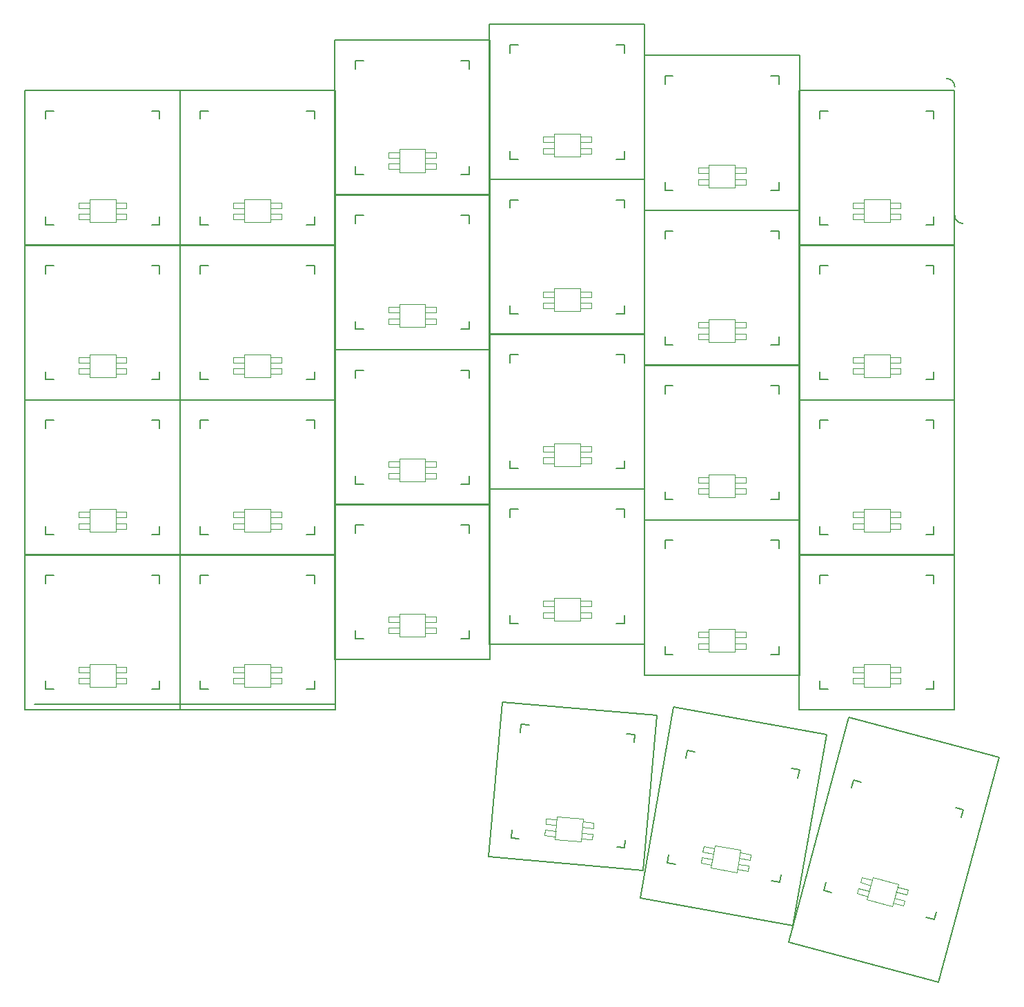
<source format=gbr>
%TF.GenerationSoftware,KiCad,Pcbnew,5.1.10*%
%TF.CreationDate,2021-09-07T21:41:42+02:00*%
%TF.ProjectId,mini,6d696e69-2e6b-4696-9361-645f70636258,rev?*%
%TF.SameCoordinates,Original*%
%TF.FileFunction,OtherDrawing,Comment*%
%FSLAX46Y46*%
G04 Gerber Fmt 4.6, Leading zero omitted, Abs format (unit mm)*
G04 Created by KiCad (PCBNEW 5.1.10) date 2021-09-07 21:41:42*
%MOMM*%
%LPD*%
G01*
G04 APERTURE LIST*
%ADD10C,0.150000*%
%ADD11C,0.120000*%
G04 APERTURE END LIST*
D10*
X188750000Y-70650000D02*
G75*
G02*
X187750000Y-69650000I0J1000000D01*
G01*
X186750000Y-52850000D02*
G75*
G02*
X187750000Y-53850000I0J-1000000D01*
G01*
X111750000Y-129650000D02*
X74800000Y-129650000D01*
X174768434Y-131281083D02*
X193169321Y-136211586D01*
X193169321Y-136211586D02*
X185773566Y-163812917D01*
X185773566Y-163812917D02*
X167372679Y-158882414D01*
X174768434Y-131281083D02*
X167372679Y-158882414D01*
X175062433Y-139939712D02*
X175321253Y-138973786D01*
X188844214Y-142597253D02*
X187878288Y-142338433D01*
X171956605Y-151530822D02*
X171697786Y-152496747D01*
X184254822Y-155861395D02*
X185220747Y-156120214D01*
X185220747Y-156120214D02*
X185479567Y-155154288D01*
X175321253Y-138973786D02*
X176287178Y-139232605D01*
X188844214Y-142597253D02*
X188585395Y-143563178D01*
X171697786Y-152496747D02*
X172663712Y-152755567D01*
X153276205Y-130043634D02*
X172036792Y-133351632D01*
X172036792Y-133351632D02*
X167901795Y-156802366D01*
X167901795Y-156802366D02*
X149141208Y-153494368D01*
X153276205Y-130043634D02*
X149141208Y-153494368D01*
X154737235Y-136298616D02*
X154910883Y-135313808D01*
X168698192Y-137744883D02*
X167713384Y-137571235D01*
X152653457Y-148116309D02*
X152479808Y-149101117D01*
X165282309Y-151358543D02*
X166267117Y-151532192D01*
X166267117Y-151532192D02*
X166440765Y-150547384D01*
X154910883Y-135313808D02*
X155895691Y-135487457D01*
X168698192Y-137744883D02*
X168524543Y-138729691D01*
X152479808Y-149101117D02*
X153464616Y-149274765D01*
X73675000Y-54295000D02*
X92725000Y-54295000D01*
X92725000Y-54295000D02*
X92725000Y-73345000D01*
X92725000Y-73345000D02*
X73675000Y-73345000D01*
X73675000Y-73345000D02*
X73675000Y-54295000D01*
X76200000Y-57820000D02*
X76200000Y-56820000D01*
X90200000Y-56820000D02*
X89200000Y-56820000D01*
X76200000Y-69820000D02*
X76200000Y-70820000D01*
X89200000Y-70820000D02*
X90200000Y-70820000D01*
X90200000Y-70820000D02*
X90200000Y-69820000D01*
X76200000Y-56820000D02*
X77200000Y-56820000D01*
X90200000Y-56820000D02*
X90200000Y-57820000D01*
X76200000Y-70820000D02*
X77200000Y-70820000D01*
X92675000Y-54295000D02*
X111725000Y-54295000D01*
X111725000Y-54295000D02*
X111725000Y-73345000D01*
X111725000Y-73345000D02*
X92675000Y-73345000D01*
X92675000Y-73345000D02*
X92675000Y-54295000D01*
X95200000Y-57820000D02*
X95200000Y-56820000D01*
X109200000Y-56820000D02*
X108200000Y-56820000D01*
X95200000Y-69820000D02*
X95200000Y-70820000D01*
X108200000Y-70820000D02*
X109200000Y-70820000D01*
X109200000Y-70820000D02*
X109200000Y-69820000D01*
X95200000Y-56820000D02*
X96200000Y-56820000D01*
X109200000Y-56820000D02*
X109200000Y-57820000D01*
X95200000Y-70820000D02*
X96200000Y-70820000D01*
X111675000Y-48120000D02*
X130725000Y-48120000D01*
X130725000Y-48120000D02*
X130725000Y-67170000D01*
X130725000Y-67170000D02*
X111675000Y-67170000D01*
X111675000Y-67170000D02*
X111675000Y-48120000D01*
X114200000Y-51645000D02*
X114200000Y-50645000D01*
X128200000Y-50645000D02*
X127200000Y-50645000D01*
X114200000Y-63645000D02*
X114200000Y-64645000D01*
X127200000Y-64645000D02*
X128200000Y-64645000D01*
X128200000Y-64645000D02*
X128200000Y-63645000D01*
X114200000Y-50645000D02*
X115200000Y-50645000D01*
X128200000Y-50645000D02*
X128200000Y-51645000D01*
X114200000Y-64645000D02*
X115200000Y-64645000D01*
X130675000Y-46220000D02*
X149725000Y-46220000D01*
X149725000Y-46220000D02*
X149725000Y-65270000D01*
X149725000Y-65270000D02*
X130675000Y-65270000D01*
X130675000Y-65270000D02*
X130675000Y-46220000D01*
X133200000Y-49745000D02*
X133200000Y-48745000D01*
X147200000Y-48745000D02*
X146200000Y-48745000D01*
X133200000Y-61745000D02*
X133200000Y-62745000D01*
X146200000Y-62745000D02*
X147200000Y-62745000D01*
X147200000Y-62745000D02*
X147200000Y-61745000D01*
X133200000Y-48745000D02*
X134200000Y-48745000D01*
X147200000Y-48745000D02*
X147200000Y-49745000D01*
X133200000Y-62745000D02*
X134200000Y-62745000D01*
X149675000Y-50020000D02*
X168725000Y-50020000D01*
X168725000Y-50020000D02*
X168725000Y-69070000D01*
X168725000Y-69070000D02*
X149675000Y-69070000D01*
X149675000Y-69070000D02*
X149675000Y-50020000D01*
X152200000Y-53545000D02*
X152200000Y-52545000D01*
X166200000Y-52545000D02*
X165200000Y-52545000D01*
X152200000Y-65545000D02*
X152200000Y-66545000D01*
X165200000Y-66545000D02*
X166200000Y-66545000D01*
X166200000Y-66545000D02*
X166200000Y-65545000D01*
X152200000Y-52545000D02*
X153200000Y-52545000D01*
X166200000Y-52545000D02*
X166200000Y-53545000D01*
X152200000Y-66545000D02*
X153200000Y-66545000D01*
X168675000Y-54295000D02*
X187725000Y-54295000D01*
X187725000Y-54295000D02*
X187725000Y-73345000D01*
X187725000Y-73345000D02*
X168675000Y-73345000D01*
X168675000Y-73345000D02*
X168675000Y-54295000D01*
X171200000Y-57820000D02*
X171200000Y-56820000D01*
X185200000Y-56820000D02*
X184200000Y-56820000D01*
X171200000Y-69820000D02*
X171200000Y-70820000D01*
X184200000Y-70820000D02*
X185200000Y-70820000D01*
X185200000Y-70820000D02*
X185200000Y-69820000D01*
X171200000Y-56820000D02*
X172200000Y-56820000D01*
X185200000Y-56820000D02*
X185200000Y-57820000D01*
X171200000Y-70820000D02*
X172200000Y-70820000D01*
X73675000Y-73295000D02*
X92725000Y-73295000D01*
X92725000Y-73295000D02*
X92725000Y-92345000D01*
X92725000Y-92345000D02*
X73675000Y-92345000D01*
X73675000Y-92345000D02*
X73675000Y-73295000D01*
X76200000Y-76820000D02*
X76200000Y-75820000D01*
X90200000Y-75820000D02*
X89200000Y-75820000D01*
X76200000Y-88820000D02*
X76200000Y-89820000D01*
X89200000Y-89820000D02*
X90200000Y-89820000D01*
X90200000Y-89820000D02*
X90200000Y-88820000D01*
X76200000Y-75820000D02*
X77200000Y-75820000D01*
X90200000Y-75820000D02*
X90200000Y-76820000D01*
X76200000Y-89820000D02*
X77200000Y-89820000D01*
X92675000Y-73295000D02*
X111725000Y-73295000D01*
X111725000Y-73295000D02*
X111725000Y-92345000D01*
X111725000Y-92345000D02*
X92675000Y-92345000D01*
X92675000Y-92345000D02*
X92675000Y-73295000D01*
X95200000Y-76820000D02*
X95200000Y-75820000D01*
X109200000Y-75820000D02*
X108200000Y-75820000D01*
X95200000Y-88820000D02*
X95200000Y-89820000D01*
X108200000Y-89820000D02*
X109200000Y-89820000D01*
X109200000Y-89820000D02*
X109200000Y-88820000D01*
X95200000Y-75820000D02*
X96200000Y-75820000D01*
X109200000Y-75820000D02*
X109200000Y-76820000D01*
X95200000Y-89820000D02*
X96200000Y-89820000D01*
X111675000Y-67120000D02*
X130725000Y-67120000D01*
X130725000Y-67120000D02*
X130725000Y-86170000D01*
X130725000Y-86170000D02*
X111675000Y-86170000D01*
X111675000Y-86170000D02*
X111675000Y-67120000D01*
X114200000Y-70645000D02*
X114200000Y-69645000D01*
X128200000Y-69645000D02*
X127200000Y-69645000D01*
X114200000Y-82645000D02*
X114200000Y-83645000D01*
X127200000Y-83645000D02*
X128200000Y-83645000D01*
X128200000Y-83645000D02*
X128200000Y-82645000D01*
X114200000Y-69645000D02*
X115200000Y-69645000D01*
X128200000Y-69645000D02*
X128200000Y-70645000D01*
X114200000Y-83645000D02*
X115200000Y-83645000D01*
X130675000Y-65220000D02*
X149725000Y-65220000D01*
X149725000Y-65220000D02*
X149725000Y-84270000D01*
X149725000Y-84270000D02*
X130675000Y-84270000D01*
X130675000Y-84270000D02*
X130675000Y-65220000D01*
X133200000Y-68745000D02*
X133200000Y-67745000D01*
X147200000Y-67745000D02*
X146200000Y-67745000D01*
X133200000Y-80745000D02*
X133200000Y-81745000D01*
X146200000Y-81745000D02*
X147200000Y-81745000D01*
X147200000Y-81745000D02*
X147200000Y-80745000D01*
X133200000Y-67745000D02*
X134200000Y-67745000D01*
X147200000Y-67745000D02*
X147200000Y-68745000D01*
X133200000Y-81745000D02*
X134200000Y-81745000D01*
X149675000Y-69020000D02*
X168725000Y-69020000D01*
X168725000Y-69020000D02*
X168725000Y-88070000D01*
X168725000Y-88070000D02*
X149675000Y-88070000D01*
X149675000Y-88070000D02*
X149675000Y-69020000D01*
X152200000Y-72545000D02*
X152200000Y-71545000D01*
X166200000Y-71545000D02*
X165200000Y-71545000D01*
X152200000Y-84545000D02*
X152200000Y-85545000D01*
X165200000Y-85545000D02*
X166200000Y-85545000D01*
X166200000Y-85545000D02*
X166200000Y-84545000D01*
X152200000Y-71545000D02*
X153200000Y-71545000D01*
X166200000Y-71545000D02*
X166200000Y-72545000D01*
X152200000Y-85545000D02*
X153200000Y-85545000D01*
X168675000Y-73295000D02*
X187725000Y-73295000D01*
X187725000Y-73295000D02*
X187725000Y-92345000D01*
X187725000Y-92345000D02*
X168675000Y-92345000D01*
X168675000Y-92345000D02*
X168675000Y-73295000D01*
X171200000Y-76820000D02*
X171200000Y-75820000D01*
X185200000Y-75820000D02*
X184200000Y-75820000D01*
X171200000Y-88820000D02*
X171200000Y-89820000D01*
X184200000Y-89820000D02*
X185200000Y-89820000D01*
X185200000Y-89820000D02*
X185200000Y-88820000D01*
X171200000Y-75820000D02*
X172200000Y-75820000D01*
X185200000Y-75820000D02*
X185200000Y-76820000D01*
X171200000Y-89820000D02*
X172200000Y-89820000D01*
X73675000Y-92295000D02*
X92725000Y-92295000D01*
X92725000Y-92295000D02*
X92725000Y-111345000D01*
X92725000Y-111345000D02*
X73675000Y-111345000D01*
X73675000Y-111345000D02*
X73675000Y-92295000D01*
X76200000Y-95820000D02*
X76200000Y-94820000D01*
X90200000Y-94820000D02*
X89200000Y-94820000D01*
X76200000Y-107820000D02*
X76200000Y-108820000D01*
X89200000Y-108820000D02*
X90200000Y-108820000D01*
X90200000Y-108820000D02*
X90200000Y-107820000D01*
X76200000Y-94820000D02*
X77200000Y-94820000D01*
X90200000Y-94820000D02*
X90200000Y-95820000D01*
X76200000Y-108820000D02*
X77200000Y-108820000D01*
X92675000Y-92295000D02*
X111725000Y-92295000D01*
X111725000Y-92295000D02*
X111725000Y-111345000D01*
X111725000Y-111345000D02*
X92675000Y-111345000D01*
X92675000Y-111345000D02*
X92675000Y-92295000D01*
X95200000Y-95820000D02*
X95200000Y-94820000D01*
X109200000Y-94820000D02*
X108200000Y-94820000D01*
X95200000Y-107820000D02*
X95200000Y-108820000D01*
X108200000Y-108820000D02*
X109200000Y-108820000D01*
X109200000Y-108820000D02*
X109200000Y-107820000D01*
X95200000Y-94820000D02*
X96200000Y-94820000D01*
X109200000Y-94820000D02*
X109200000Y-95820000D01*
X95200000Y-108820000D02*
X96200000Y-108820000D01*
X111675000Y-86120000D02*
X130725000Y-86120000D01*
X130725000Y-86120000D02*
X130725000Y-105170000D01*
X130725000Y-105170000D02*
X111675000Y-105170000D01*
X111675000Y-105170000D02*
X111675000Y-86120000D01*
X114200000Y-89645000D02*
X114200000Y-88645000D01*
X128200000Y-88645000D02*
X127200000Y-88645000D01*
X114200000Y-101645000D02*
X114200000Y-102645000D01*
X127200000Y-102645000D02*
X128200000Y-102645000D01*
X128200000Y-102645000D02*
X128200000Y-101645000D01*
X114200000Y-88645000D02*
X115200000Y-88645000D01*
X128200000Y-88645000D02*
X128200000Y-89645000D01*
X114200000Y-102645000D02*
X115200000Y-102645000D01*
X130675000Y-84220000D02*
X149725000Y-84220000D01*
X149725000Y-84220000D02*
X149725000Y-103270000D01*
X149725000Y-103270000D02*
X130675000Y-103270000D01*
X130675000Y-103270000D02*
X130675000Y-84220000D01*
X133200000Y-87745000D02*
X133200000Y-86745000D01*
X147200000Y-86745000D02*
X146200000Y-86745000D01*
X133200000Y-99745000D02*
X133200000Y-100745000D01*
X146200000Y-100745000D02*
X147200000Y-100745000D01*
X147200000Y-100745000D02*
X147200000Y-99745000D01*
X133200000Y-86745000D02*
X134200000Y-86745000D01*
X147200000Y-86745000D02*
X147200000Y-87745000D01*
X133200000Y-100745000D02*
X134200000Y-100745000D01*
X149675000Y-88020000D02*
X168725000Y-88020000D01*
X168725000Y-88020000D02*
X168725000Y-107070000D01*
X168725000Y-107070000D02*
X149675000Y-107070000D01*
X149675000Y-107070000D02*
X149675000Y-88020000D01*
X152200000Y-91545000D02*
X152200000Y-90545000D01*
X166200000Y-90545000D02*
X165200000Y-90545000D01*
X152200000Y-103545000D02*
X152200000Y-104545000D01*
X165200000Y-104545000D02*
X166200000Y-104545000D01*
X166200000Y-104545000D02*
X166200000Y-103545000D01*
X152200000Y-90545000D02*
X153200000Y-90545000D01*
X166200000Y-90545000D02*
X166200000Y-91545000D01*
X152200000Y-104545000D02*
X153200000Y-104545000D01*
X168675000Y-92295000D02*
X187725000Y-92295000D01*
X187725000Y-92295000D02*
X187725000Y-111345000D01*
X187725000Y-111345000D02*
X168675000Y-111345000D01*
X168675000Y-111345000D02*
X168675000Y-92295000D01*
X171200000Y-95820000D02*
X171200000Y-94820000D01*
X185200000Y-94820000D02*
X184200000Y-94820000D01*
X171200000Y-107820000D02*
X171200000Y-108820000D01*
X184200000Y-108820000D02*
X185200000Y-108820000D01*
X185200000Y-108820000D02*
X185200000Y-107820000D01*
X171200000Y-94820000D02*
X172200000Y-94820000D01*
X185200000Y-94820000D02*
X185200000Y-95820000D01*
X171200000Y-108820000D02*
X172200000Y-108820000D01*
X73675000Y-111295000D02*
X92725000Y-111295000D01*
X92725000Y-111295000D02*
X92725000Y-130345000D01*
X92725000Y-130345000D02*
X73675000Y-130345000D01*
X73675000Y-130345000D02*
X73675000Y-111295000D01*
X76200000Y-114820000D02*
X76200000Y-113820000D01*
X90200000Y-113820000D02*
X89200000Y-113820000D01*
X76200000Y-126820000D02*
X76200000Y-127820000D01*
X89200000Y-127820000D02*
X90200000Y-127820000D01*
X90200000Y-127820000D02*
X90200000Y-126820000D01*
X76200000Y-113820000D02*
X77200000Y-113820000D01*
X90200000Y-113820000D02*
X90200000Y-114820000D01*
X76200000Y-127820000D02*
X77200000Y-127820000D01*
X92675000Y-111295000D02*
X111725000Y-111295000D01*
X111725000Y-111295000D02*
X111725000Y-130345000D01*
X111725000Y-130345000D02*
X92675000Y-130345000D01*
X92675000Y-130345000D02*
X92675000Y-111295000D01*
X95200000Y-114820000D02*
X95200000Y-113820000D01*
X109200000Y-113820000D02*
X108200000Y-113820000D01*
X95200000Y-126820000D02*
X95200000Y-127820000D01*
X108200000Y-127820000D02*
X109200000Y-127820000D01*
X109200000Y-127820000D02*
X109200000Y-126820000D01*
X95200000Y-113820000D02*
X96200000Y-113820000D01*
X109200000Y-113820000D02*
X109200000Y-114820000D01*
X95200000Y-127820000D02*
X96200000Y-127820000D01*
X111675000Y-105120000D02*
X130725000Y-105120000D01*
X130725000Y-105120000D02*
X130725000Y-124170000D01*
X130725000Y-124170000D02*
X111675000Y-124170000D01*
X111675000Y-124170000D02*
X111675000Y-105120000D01*
X114200000Y-108645000D02*
X114200000Y-107645000D01*
X128200000Y-107645000D02*
X127200000Y-107645000D01*
X114200000Y-120645000D02*
X114200000Y-121645000D01*
X127200000Y-121645000D02*
X128200000Y-121645000D01*
X128200000Y-121645000D02*
X128200000Y-120645000D01*
X114200000Y-107645000D02*
X115200000Y-107645000D01*
X128200000Y-107645000D02*
X128200000Y-108645000D01*
X114200000Y-121645000D02*
X115200000Y-121645000D01*
X130675000Y-103220000D02*
X149725000Y-103220000D01*
X149725000Y-103220000D02*
X149725000Y-122270000D01*
X149725000Y-122270000D02*
X130675000Y-122270000D01*
X130675000Y-122270000D02*
X130675000Y-103220000D01*
X133200000Y-106745000D02*
X133200000Y-105745000D01*
X147200000Y-105745000D02*
X146200000Y-105745000D01*
X133200000Y-118745000D02*
X133200000Y-119745000D01*
X146200000Y-119745000D02*
X147200000Y-119745000D01*
X147200000Y-119745000D02*
X147200000Y-118745000D01*
X133200000Y-105745000D02*
X134200000Y-105745000D01*
X147200000Y-105745000D02*
X147200000Y-106745000D01*
X133200000Y-119745000D02*
X134200000Y-119745000D01*
X149675000Y-107020000D02*
X168725000Y-107020000D01*
X168725000Y-107020000D02*
X168725000Y-126070000D01*
X168725000Y-126070000D02*
X149675000Y-126070000D01*
X149675000Y-126070000D02*
X149675000Y-107020000D01*
X152200000Y-110545000D02*
X152200000Y-109545000D01*
X166200000Y-109545000D02*
X165200000Y-109545000D01*
X152200000Y-122545000D02*
X152200000Y-123545000D01*
X165200000Y-123545000D02*
X166200000Y-123545000D01*
X166200000Y-123545000D02*
X166200000Y-122545000D01*
X152200000Y-109545000D02*
X153200000Y-109545000D01*
X166200000Y-109545000D02*
X166200000Y-110545000D01*
X152200000Y-123545000D02*
X153200000Y-123545000D01*
X168675000Y-111295000D02*
X187725000Y-111295000D01*
X187725000Y-111295000D02*
X187725000Y-130345000D01*
X187725000Y-130345000D02*
X168675000Y-130345000D01*
X168675000Y-130345000D02*
X168675000Y-111295000D01*
X171200000Y-114820000D02*
X171200000Y-113820000D01*
X185200000Y-113820000D02*
X184200000Y-113820000D01*
X171200000Y-126820000D02*
X171200000Y-127820000D01*
X184200000Y-127820000D02*
X185200000Y-127820000D01*
X185200000Y-127820000D02*
X185200000Y-126820000D01*
X171200000Y-113820000D02*
X172200000Y-113820000D01*
X185200000Y-113820000D02*
X185200000Y-114820000D01*
X171200000Y-127820000D02*
X172200000Y-127820000D01*
X132238404Y-129396087D02*
X151215913Y-131056404D01*
X151215913Y-131056404D02*
X149555596Y-150033913D01*
X149555596Y-150033913D02*
X130578087Y-148373596D01*
X130578087Y-148373596D02*
X132238404Y-129396087D01*
X134446572Y-133127742D02*
X134533727Y-132131547D01*
X148480453Y-133351727D02*
X147484258Y-133264572D01*
X133400703Y-145082078D02*
X133313547Y-146078273D01*
X146264078Y-147211297D02*
X147260273Y-147298453D01*
X147260273Y-147298453D02*
X147347428Y-146302258D01*
X134533727Y-132131547D02*
X135529922Y-132218703D01*
X148480453Y-133351727D02*
X148393297Y-134347922D01*
X133313547Y-146078273D02*
X134309742Y-146165428D01*
D11*
X81600000Y-67720000D02*
X84800000Y-67720000D01*
X81600000Y-70520000D02*
X84800000Y-70520000D01*
X81600000Y-67720000D02*
X81600000Y-70520000D01*
X84800000Y-67720000D02*
X84800000Y-70520000D01*
X81600000Y-68070000D02*
X80260000Y-68070000D01*
X80260000Y-68070000D02*
X80260000Y-68750000D01*
X80260000Y-68750000D02*
X81600000Y-68750000D01*
X81600000Y-69470000D02*
X80260000Y-69470000D01*
X80260000Y-70150000D02*
X81600000Y-70150000D01*
X80260000Y-69470000D02*
X80260000Y-70150000D01*
X84800000Y-70150000D02*
X86140000Y-70150000D01*
X86140000Y-69470000D02*
X84800000Y-69470000D01*
X86140000Y-70150000D02*
X86140000Y-69470000D01*
X84800000Y-68750000D02*
X86140000Y-68750000D01*
X86140000Y-68070000D02*
X84800000Y-68070000D01*
X86140000Y-68750000D02*
X86140000Y-68070000D01*
X100600000Y-67720000D02*
X103800000Y-67720000D01*
X100600000Y-70520000D02*
X103800000Y-70520000D01*
X100600000Y-67720000D02*
X100600000Y-70520000D01*
X103800000Y-67720000D02*
X103800000Y-70520000D01*
X100600000Y-68070000D02*
X99260000Y-68070000D01*
X99260000Y-68070000D02*
X99260000Y-68750000D01*
X99260000Y-68750000D02*
X100600000Y-68750000D01*
X100600000Y-69470000D02*
X99260000Y-69470000D01*
X99260000Y-70150000D02*
X100600000Y-70150000D01*
X99260000Y-69470000D02*
X99260000Y-70150000D01*
X103800000Y-70150000D02*
X105140000Y-70150000D01*
X105140000Y-69470000D02*
X103800000Y-69470000D01*
X105140000Y-70150000D02*
X105140000Y-69470000D01*
X103800000Y-68750000D02*
X105140000Y-68750000D01*
X105140000Y-68070000D02*
X103800000Y-68070000D01*
X105140000Y-68750000D02*
X105140000Y-68070000D01*
X119600000Y-61545000D02*
X122800000Y-61545000D01*
X119600000Y-64345000D02*
X122800000Y-64345000D01*
X119600000Y-61545000D02*
X119600000Y-64345000D01*
X122800000Y-61545000D02*
X122800000Y-64345000D01*
X119600000Y-61895000D02*
X118260000Y-61895000D01*
X118260000Y-61895000D02*
X118260000Y-62575000D01*
X118260000Y-62575000D02*
X119600000Y-62575000D01*
X119600000Y-63295000D02*
X118260000Y-63295000D01*
X118260000Y-63975000D02*
X119600000Y-63975000D01*
X118260000Y-63295000D02*
X118260000Y-63975000D01*
X122800000Y-63975000D02*
X124140000Y-63975000D01*
X124140000Y-63295000D02*
X122800000Y-63295000D01*
X124140000Y-63975000D02*
X124140000Y-63295000D01*
X122800000Y-62575000D02*
X124140000Y-62575000D01*
X124140000Y-61895000D02*
X122800000Y-61895000D01*
X124140000Y-62575000D02*
X124140000Y-61895000D01*
X138600000Y-59645000D02*
X141800000Y-59645000D01*
X138600000Y-62445000D02*
X141800000Y-62445000D01*
X138600000Y-59645000D02*
X138600000Y-62445000D01*
X141800000Y-59645000D02*
X141800000Y-62445000D01*
X138600000Y-59995000D02*
X137260000Y-59995000D01*
X137260000Y-59995000D02*
X137260000Y-60675000D01*
X137260000Y-60675000D02*
X138600000Y-60675000D01*
X138600000Y-61395000D02*
X137260000Y-61395000D01*
X137260000Y-62075000D02*
X138600000Y-62075000D01*
X137260000Y-61395000D02*
X137260000Y-62075000D01*
X141800000Y-62075000D02*
X143140000Y-62075000D01*
X143140000Y-61395000D02*
X141800000Y-61395000D01*
X143140000Y-62075000D02*
X143140000Y-61395000D01*
X141800000Y-60675000D02*
X143140000Y-60675000D01*
X143140000Y-59995000D02*
X141800000Y-59995000D01*
X143140000Y-60675000D02*
X143140000Y-59995000D01*
X157600000Y-63445000D02*
X160800000Y-63445000D01*
X157600000Y-66245000D02*
X160800000Y-66245000D01*
X157600000Y-63445000D02*
X157600000Y-66245000D01*
X160800000Y-63445000D02*
X160800000Y-66245000D01*
X157600000Y-63795000D02*
X156260000Y-63795000D01*
X156260000Y-63795000D02*
X156260000Y-64475000D01*
X156260000Y-64475000D02*
X157600000Y-64475000D01*
X157600000Y-65195000D02*
X156260000Y-65195000D01*
X156260000Y-65875000D02*
X157600000Y-65875000D01*
X156260000Y-65195000D02*
X156260000Y-65875000D01*
X160800000Y-65875000D02*
X162140000Y-65875000D01*
X162140000Y-65195000D02*
X160800000Y-65195000D01*
X162140000Y-65875000D02*
X162140000Y-65195000D01*
X160800000Y-64475000D02*
X162140000Y-64475000D01*
X162140000Y-63795000D02*
X160800000Y-63795000D01*
X162140000Y-64475000D02*
X162140000Y-63795000D01*
X176600000Y-67720000D02*
X179800000Y-67720000D01*
X176600000Y-70520000D02*
X179800000Y-70520000D01*
X176600000Y-67720000D02*
X176600000Y-70520000D01*
X179800000Y-67720000D02*
X179800000Y-70520000D01*
X176600000Y-68070000D02*
X175260000Y-68070000D01*
X175260000Y-68070000D02*
X175260000Y-68750000D01*
X175260000Y-68750000D02*
X176600000Y-68750000D01*
X176600000Y-69470000D02*
X175260000Y-69470000D01*
X175260000Y-70150000D02*
X176600000Y-70150000D01*
X175260000Y-69470000D02*
X175260000Y-70150000D01*
X179800000Y-70150000D02*
X181140000Y-70150000D01*
X181140000Y-69470000D02*
X179800000Y-69470000D01*
X181140000Y-70150000D02*
X181140000Y-69470000D01*
X179800000Y-68750000D02*
X181140000Y-68750000D01*
X181140000Y-68070000D02*
X179800000Y-68070000D01*
X181140000Y-68750000D02*
X181140000Y-68070000D01*
X81600000Y-86720000D02*
X84800000Y-86720000D01*
X81600000Y-89520000D02*
X84800000Y-89520000D01*
X81600000Y-86720000D02*
X81600000Y-89520000D01*
X84800000Y-86720000D02*
X84800000Y-89520000D01*
X81600000Y-87070000D02*
X80260000Y-87070000D01*
X80260000Y-87070000D02*
X80260000Y-87750000D01*
X80260000Y-87750000D02*
X81600000Y-87750000D01*
X81600000Y-88470000D02*
X80260000Y-88470000D01*
X80260000Y-89150000D02*
X81600000Y-89150000D01*
X80260000Y-88470000D02*
X80260000Y-89150000D01*
X84800000Y-89150000D02*
X86140000Y-89150000D01*
X86140000Y-88470000D02*
X84800000Y-88470000D01*
X86140000Y-89150000D02*
X86140000Y-88470000D01*
X84800000Y-87750000D02*
X86140000Y-87750000D01*
X86140000Y-87070000D02*
X84800000Y-87070000D01*
X86140000Y-87750000D02*
X86140000Y-87070000D01*
X100600000Y-86720000D02*
X103800000Y-86720000D01*
X100600000Y-89520000D02*
X103800000Y-89520000D01*
X100600000Y-86720000D02*
X100600000Y-89520000D01*
X103800000Y-86720000D02*
X103800000Y-89520000D01*
X100600000Y-87070000D02*
X99260000Y-87070000D01*
X99260000Y-87070000D02*
X99260000Y-87750000D01*
X99260000Y-87750000D02*
X100600000Y-87750000D01*
X100600000Y-88470000D02*
X99260000Y-88470000D01*
X99260000Y-89150000D02*
X100600000Y-89150000D01*
X99260000Y-88470000D02*
X99260000Y-89150000D01*
X103800000Y-89150000D02*
X105140000Y-89150000D01*
X105140000Y-88470000D02*
X103800000Y-88470000D01*
X105140000Y-89150000D02*
X105140000Y-88470000D01*
X103800000Y-87750000D02*
X105140000Y-87750000D01*
X105140000Y-87070000D02*
X103800000Y-87070000D01*
X105140000Y-87750000D02*
X105140000Y-87070000D01*
X119600000Y-80545000D02*
X122800000Y-80545000D01*
X119600000Y-83345000D02*
X122800000Y-83345000D01*
X119600000Y-80545000D02*
X119600000Y-83345000D01*
X122800000Y-80545000D02*
X122800000Y-83345000D01*
X119600000Y-80895000D02*
X118260000Y-80895000D01*
X118260000Y-80895000D02*
X118260000Y-81575000D01*
X118260000Y-81575000D02*
X119600000Y-81575000D01*
X119600000Y-82295000D02*
X118260000Y-82295000D01*
X118260000Y-82975000D02*
X119600000Y-82975000D01*
X118260000Y-82295000D02*
X118260000Y-82975000D01*
X122800000Y-82975000D02*
X124140000Y-82975000D01*
X124140000Y-82295000D02*
X122800000Y-82295000D01*
X124140000Y-82975000D02*
X124140000Y-82295000D01*
X122800000Y-81575000D02*
X124140000Y-81575000D01*
X124140000Y-80895000D02*
X122800000Y-80895000D01*
X124140000Y-81575000D02*
X124140000Y-80895000D01*
X138600000Y-78645000D02*
X141800000Y-78645000D01*
X138600000Y-81445000D02*
X141800000Y-81445000D01*
X138600000Y-78645000D02*
X138600000Y-81445000D01*
X141800000Y-78645000D02*
X141800000Y-81445000D01*
X138600000Y-78995000D02*
X137260000Y-78995000D01*
X137260000Y-78995000D02*
X137260000Y-79675000D01*
X137260000Y-79675000D02*
X138600000Y-79675000D01*
X138600000Y-80395000D02*
X137260000Y-80395000D01*
X137260000Y-81075000D02*
X138600000Y-81075000D01*
X137260000Y-80395000D02*
X137260000Y-81075000D01*
X141800000Y-81075000D02*
X143140000Y-81075000D01*
X143140000Y-80395000D02*
X141800000Y-80395000D01*
X143140000Y-81075000D02*
X143140000Y-80395000D01*
X141800000Y-79675000D02*
X143140000Y-79675000D01*
X143140000Y-78995000D02*
X141800000Y-78995000D01*
X143140000Y-79675000D02*
X143140000Y-78995000D01*
X157600000Y-82445000D02*
X160800000Y-82445000D01*
X157600000Y-85245000D02*
X160800000Y-85245000D01*
X157600000Y-82445000D02*
X157600000Y-85245000D01*
X160800000Y-82445000D02*
X160800000Y-85245000D01*
X157600000Y-82795000D02*
X156260000Y-82795000D01*
X156260000Y-82795000D02*
X156260000Y-83475000D01*
X156260000Y-83475000D02*
X157600000Y-83475000D01*
X157600000Y-84195000D02*
X156260000Y-84195000D01*
X156260000Y-84875000D02*
X157600000Y-84875000D01*
X156260000Y-84195000D02*
X156260000Y-84875000D01*
X160800000Y-84875000D02*
X162140000Y-84875000D01*
X162140000Y-84195000D02*
X160800000Y-84195000D01*
X162140000Y-84875000D02*
X162140000Y-84195000D01*
X160800000Y-83475000D02*
X162140000Y-83475000D01*
X162140000Y-82795000D02*
X160800000Y-82795000D01*
X162140000Y-83475000D02*
X162140000Y-82795000D01*
X176600000Y-86720000D02*
X179800000Y-86720000D01*
X176600000Y-89520000D02*
X179800000Y-89520000D01*
X176600000Y-86720000D02*
X176600000Y-89520000D01*
X179800000Y-86720000D02*
X179800000Y-89520000D01*
X176600000Y-87070000D02*
X175260000Y-87070000D01*
X175260000Y-87070000D02*
X175260000Y-87750000D01*
X175260000Y-87750000D02*
X176600000Y-87750000D01*
X176600000Y-88470000D02*
X175260000Y-88470000D01*
X175260000Y-89150000D02*
X176600000Y-89150000D01*
X175260000Y-88470000D02*
X175260000Y-89150000D01*
X179800000Y-89150000D02*
X181140000Y-89150000D01*
X181140000Y-88470000D02*
X179800000Y-88470000D01*
X181140000Y-89150000D02*
X181140000Y-88470000D01*
X179800000Y-87750000D02*
X181140000Y-87750000D01*
X181140000Y-87070000D02*
X179800000Y-87070000D01*
X181140000Y-87750000D02*
X181140000Y-87070000D01*
X81600000Y-105720000D02*
X84800000Y-105720000D01*
X81600000Y-108520000D02*
X84800000Y-108520000D01*
X81600000Y-105720000D02*
X81600000Y-108520000D01*
X84800000Y-105720000D02*
X84800000Y-108520000D01*
X81600000Y-106070000D02*
X80260000Y-106070000D01*
X80260000Y-106070000D02*
X80260000Y-106750000D01*
X80260000Y-106750000D02*
X81600000Y-106750000D01*
X81600000Y-107470000D02*
X80260000Y-107470000D01*
X80260000Y-108150000D02*
X81600000Y-108150000D01*
X80260000Y-107470000D02*
X80260000Y-108150000D01*
X84800000Y-108150000D02*
X86140000Y-108150000D01*
X86140000Y-107470000D02*
X84800000Y-107470000D01*
X86140000Y-108150000D02*
X86140000Y-107470000D01*
X84800000Y-106750000D02*
X86140000Y-106750000D01*
X86140000Y-106070000D02*
X84800000Y-106070000D01*
X86140000Y-106750000D02*
X86140000Y-106070000D01*
X100600000Y-105720000D02*
X103800000Y-105720000D01*
X100600000Y-108520000D02*
X103800000Y-108520000D01*
X100600000Y-105720000D02*
X100600000Y-108520000D01*
X103800000Y-105720000D02*
X103800000Y-108520000D01*
X100600000Y-106070000D02*
X99260000Y-106070000D01*
X99260000Y-106070000D02*
X99260000Y-106750000D01*
X99260000Y-106750000D02*
X100600000Y-106750000D01*
X100600000Y-107470000D02*
X99260000Y-107470000D01*
X99260000Y-108150000D02*
X100600000Y-108150000D01*
X99260000Y-107470000D02*
X99260000Y-108150000D01*
X103800000Y-108150000D02*
X105140000Y-108150000D01*
X105140000Y-107470000D02*
X103800000Y-107470000D01*
X105140000Y-108150000D02*
X105140000Y-107470000D01*
X103800000Y-106750000D02*
X105140000Y-106750000D01*
X105140000Y-106070000D02*
X103800000Y-106070000D01*
X105140000Y-106750000D02*
X105140000Y-106070000D01*
X119600000Y-99545000D02*
X122800000Y-99545000D01*
X119600000Y-102345000D02*
X122800000Y-102345000D01*
X119600000Y-99545000D02*
X119600000Y-102345000D01*
X122800000Y-99545000D02*
X122800000Y-102345000D01*
X119600000Y-99895000D02*
X118260000Y-99895000D01*
X118260000Y-99895000D02*
X118260000Y-100575000D01*
X118260000Y-100575000D02*
X119600000Y-100575000D01*
X119600000Y-101295000D02*
X118260000Y-101295000D01*
X118260000Y-101975000D02*
X119600000Y-101975000D01*
X118260000Y-101295000D02*
X118260000Y-101975000D01*
X122800000Y-101975000D02*
X124140000Y-101975000D01*
X124140000Y-101295000D02*
X122800000Y-101295000D01*
X124140000Y-101975000D02*
X124140000Y-101295000D01*
X122800000Y-100575000D02*
X124140000Y-100575000D01*
X124140000Y-99895000D02*
X122800000Y-99895000D01*
X124140000Y-100575000D02*
X124140000Y-99895000D01*
X138600000Y-97645000D02*
X141800000Y-97645000D01*
X138600000Y-100445000D02*
X141800000Y-100445000D01*
X138600000Y-97645000D02*
X138600000Y-100445000D01*
X141800000Y-97645000D02*
X141800000Y-100445000D01*
X138600000Y-97995000D02*
X137260000Y-97995000D01*
X137260000Y-97995000D02*
X137260000Y-98675000D01*
X137260000Y-98675000D02*
X138600000Y-98675000D01*
X138600000Y-99395000D02*
X137260000Y-99395000D01*
X137260000Y-100075000D02*
X138600000Y-100075000D01*
X137260000Y-99395000D02*
X137260000Y-100075000D01*
X141800000Y-100075000D02*
X143140000Y-100075000D01*
X143140000Y-99395000D02*
X141800000Y-99395000D01*
X143140000Y-100075000D02*
X143140000Y-99395000D01*
X141800000Y-98675000D02*
X143140000Y-98675000D01*
X143140000Y-97995000D02*
X141800000Y-97995000D01*
X143140000Y-98675000D02*
X143140000Y-97995000D01*
X157600000Y-101445000D02*
X160800000Y-101445000D01*
X157600000Y-104245000D02*
X160800000Y-104245000D01*
X157600000Y-101445000D02*
X157600000Y-104245000D01*
X160800000Y-101445000D02*
X160800000Y-104245000D01*
X157600000Y-101795000D02*
X156260000Y-101795000D01*
X156260000Y-101795000D02*
X156260000Y-102475000D01*
X156260000Y-102475000D02*
X157600000Y-102475000D01*
X157600000Y-103195000D02*
X156260000Y-103195000D01*
X156260000Y-103875000D02*
X157600000Y-103875000D01*
X156260000Y-103195000D02*
X156260000Y-103875000D01*
X160800000Y-103875000D02*
X162140000Y-103875000D01*
X162140000Y-103195000D02*
X160800000Y-103195000D01*
X162140000Y-103875000D02*
X162140000Y-103195000D01*
X160800000Y-102475000D02*
X162140000Y-102475000D01*
X162140000Y-101795000D02*
X160800000Y-101795000D01*
X162140000Y-102475000D02*
X162140000Y-101795000D01*
X176600000Y-105720000D02*
X179800000Y-105720000D01*
X176600000Y-108520000D02*
X179800000Y-108520000D01*
X176600000Y-105720000D02*
X176600000Y-108520000D01*
X179800000Y-105720000D02*
X179800000Y-108520000D01*
X176600000Y-106070000D02*
X175260000Y-106070000D01*
X175260000Y-106070000D02*
X175260000Y-106750000D01*
X175260000Y-106750000D02*
X176600000Y-106750000D01*
X176600000Y-107470000D02*
X175260000Y-107470000D01*
X175260000Y-108150000D02*
X176600000Y-108150000D01*
X175260000Y-107470000D02*
X175260000Y-108150000D01*
X179800000Y-108150000D02*
X181140000Y-108150000D01*
X181140000Y-107470000D02*
X179800000Y-107470000D01*
X181140000Y-108150000D02*
X181140000Y-107470000D01*
X179800000Y-106750000D02*
X181140000Y-106750000D01*
X181140000Y-106070000D02*
X179800000Y-106070000D01*
X181140000Y-106750000D02*
X181140000Y-106070000D01*
X81600000Y-124720000D02*
X84800000Y-124720000D01*
X81600000Y-127520000D02*
X84800000Y-127520000D01*
X81600000Y-124720000D02*
X81600000Y-127520000D01*
X84800000Y-124720000D02*
X84800000Y-127520000D01*
X81600000Y-125070000D02*
X80260000Y-125070000D01*
X80260000Y-125070000D02*
X80260000Y-125750000D01*
X80260000Y-125750000D02*
X81600000Y-125750000D01*
X81600000Y-126470000D02*
X80260000Y-126470000D01*
X80260000Y-127150000D02*
X81600000Y-127150000D01*
X80260000Y-126470000D02*
X80260000Y-127150000D01*
X84800000Y-127150000D02*
X86140000Y-127150000D01*
X86140000Y-126470000D02*
X84800000Y-126470000D01*
X86140000Y-127150000D02*
X86140000Y-126470000D01*
X84800000Y-125750000D02*
X86140000Y-125750000D01*
X86140000Y-125070000D02*
X84800000Y-125070000D01*
X86140000Y-125750000D02*
X86140000Y-125070000D01*
X100600000Y-124720000D02*
X103800000Y-124720000D01*
X100600000Y-127520000D02*
X103800000Y-127520000D01*
X100600000Y-124720000D02*
X100600000Y-127520000D01*
X103800000Y-124720000D02*
X103800000Y-127520000D01*
X100600000Y-125070000D02*
X99260000Y-125070000D01*
X99260000Y-125070000D02*
X99260000Y-125750000D01*
X99260000Y-125750000D02*
X100600000Y-125750000D01*
X100600000Y-126470000D02*
X99260000Y-126470000D01*
X99260000Y-127150000D02*
X100600000Y-127150000D01*
X99260000Y-126470000D02*
X99260000Y-127150000D01*
X103800000Y-127150000D02*
X105140000Y-127150000D01*
X105140000Y-126470000D02*
X103800000Y-126470000D01*
X105140000Y-127150000D02*
X105140000Y-126470000D01*
X103800000Y-125750000D02*
X105140000Y-125750000D01*
X105140000Y-125070000D02*
X103800000Y-125070000D01*
X105140000Y-125750000D02*
X105140000Y-125070000D01*
X119600000Y-118545000D02*
X122800000Y-118545000D01*
X119600000Y-121345000D02*
X122800000Y-121345000D01*
X119600000Y-118545000D02*
X119600000Y-121345000D01*
X122800000Y-118545000D02*
X122800000Y-121345000D01*
X119600000Y-118895000D02*
X118260000Y-118895000D01*
X118260000Y-118895000D02*
X118260000Y-119575000D01*
X118260000Y-119575000D02*
X119600000Y-119575000D01*
X119600000Y-120295000D02*
X118260000Y-120295000D01*
X118260000Y-120975000D02*
X119600000Y-120975000D01*
X118260000Y-120295000D02*
X118260000Y-120975000D01*
X122800000Y-120975000D02*
X124140000Y-120975000D01*
X124140000Y-120295000D02*
X122800000Y-120295000D01*
X124140000Y-120975000D02*
X124140000Y-120295000D01*
X122800000Y-119575000D02*
X124140000Y-119575000D01*
X124140000Y-118895000D02*
X122800000Y-118895000D01*
X124140000Y-119575000D02*
X124140000Y-118895000D01*
X138600000Y-116645000D02*
X141800000Y-116645000D01*
X138600000Y-119445000D02*
X141800000Y-119445000D01*
X138600000Y-116645000D02*
X138600000Y-119445000D01*
X141800000Y-116645000D02*
X141800000Y-119445000D01*
X138600000Y-116995000D02*
X137260000Y-116995000D01*
X137260000Y-116995000D02*
X137260000Y-117675000D01*
X137260000Y-117675000D02*
X138600000Y-117675000D01*
X138600000Y-118395000D02*
X137260000Y-118395000D01*
X137260000Y-119075000D02*
X138600000Y-119075000D01*
X137260000Y-118395000D02*
X137260000Y-119075000D01*
X141800000Y-119075000D02*
X143140000Y-119075000D01*
X143140000Y-118395000D02*
X141800000Y-118395000D01*
X143140000Y-119075000D02*
X143140000Y-118395000D01*
X141800000Y-117675000D02*
X143140000Y-117675000D01*
X143140000Y-116995000D02*
X141800000Y-116995000D01*
X143140000Y-117675000D02*
X143140000Y-116995000D01*
X157600000Y-120445000D02*
X160800000Y-120445000D01*
X157600000Y-123245000D02*
X160800000Y-123245000D01*
X157600000Y-120445000D02*
X157600000Y-123245000D01*
X160800000Y-120445000D02*
X160800000Y-123245000D01*
X157600000Y-120795000D02*
X156260000Y-120795000D01*
X156260000Y-120795000D02*
X156260000Y-121475000D01*
X156260000Y-121475000D02*
X157600000Y-121475000D01*
X157600000Y-122195000D02*
X156260000Y-122195000D01*
X156260000Y-122875000D02*
X157600000Y-122875000D01*
X156260000Y-122195000D02*
X156260000Y-122875000D01*
X160800000Y-122875000D02*
X162140000Y-122875000D01*
X162140000Y-122195000D02*
X160800000Y-122195000D01*
X162140000Y-122875000D02*
X162140000Y-122195000D01*
X160800000Y-121475000D02*
X162140000Y-121475000D01*
X162140000Y-120795000D02*
X160800000Y-120795000D01*
X162140000Y-121475000D02*
X162140000Y-120795000D01*
X176600000Y-124720000D02*
X179800000Y-124720000D01*
X176600000Y-127520000D02*
X179800000Y-127520000D01*
X176600000Y-124720000D02*
X176600000Y-127520000D01*
X179800000Y-124720000D02*
X179800000Y-127520000D01*
X176600000Y-125070000D02*
X175260000Y-125070000D01*
X175260000Y-125070000D02*
X175260000Y-125750000D01*
X175260000Y-125750000D02*
X176600000Y-125750000D01*
X176600000Y-126470000D02*
X175260000Y-126470000D01*
X175260000Y-127150000D02*
X176600000Y-127150000D01*
X175260000Y-126470000D02*
X175260000Y-127150000D01*
X179800000Y-127150000D02*
X181140000Y-127150000D01*
X181140000Y-126470000D02*
X179800000Y-126470000D01*
X181140000Y-127150000D02*
X181140000Y-126470000D01*
X179800000Y-125750000D02*
X181140000Y-125750000D01*
X181140000Y-125070000D02*
X179800000Y-125070000D01*
X181140000Y-125750000D02*
X181140000Y-125070000D01*
X138963107Y-143459878D02*
X142150930Y-143738777D01*
X138719070Y-146249223D02*
X141906893Y-146528122D01*
X138963107Y-143459878D02*
X138719070Y-146249223D01*
X142150930Y-143738777D02*
X141906893Y-146528122D01*
X138932602Y-143808546D02*
X137597701Y-143691758D01*
X137597701Y-143691758D02*
X137538435Y-144369170D01*
X137538435Y-144369170D02*
X138873336Y-144485959D01*
X138810584Y-145203219D02*
X137475683Y-145086430D01*
X137416417Y-145763843D02*
X138751318Y-145880631D01*
X137475683Y-145086430D02*
X137416417Y-145763843D01*
X141939141Y-146159530D02*
X143274042Y-146276318D01*
X143333308Y-145598906D02*
X141998407Y-145482117D01*
X143274042Y-146276318D02*
X143333308Y-145598906D01*
X142061159Y-144764857D02*
X143396060Y-144881646D01*
X143455326Y-144204233D02*
X142120425Y-144087445D01*
X143396060Y-144881646D02*
X143455326Y-144204233D01*
X158336415Y-146986432D02*
X161487800Y-147542106D01*
X157850200Y-149743894D02*
X161001585Y-150299568D01*
X158336415Y-146986432D02*
X157850200Y-149743894D01*
X161487800Y-147542106D02*
X161001585Y-150299568D01*
X158275638Y-147331115D02*
X156955996Y-147098426D01*
X156955996Y-147098426D02*
X156837915Y-147768095D01*
X156837915Y-147768095D02*
X158157557Y-148000784D01*
X158032531Y-148709846D02*
X156712888Y-148477157D01*
X156594808Y-149146826D02*
X157914450Y-149379515D01*
X156712888Y-148477157D02*
X156594808Y-149146826D01*
X161065835Y-149935189D02*
X162385477Y-150167878D01*
X162503558Y-149498208D02*
X161183916Y-149265520D01*
X162385477Y-150167878D02*
X162503558Y-149498208D01*
X161308942Y-148556458D02*
X162628585Y-148789147D01*
X162746665Y-148119478D02*
X161427023Y-147886789D01*
X162628585Y-148789147D02*
X162746665Y-148119478D01*
X177715865Y-150900593D02*
X180806828Y-151728814D01*
X176991172Y-153605186D02*
X180082135Y-154433407D01*
X177715865Y-150900593D02*
X176991172Y-153605186D01*
X180806828Y-151728814D02*
X180082135Y-154433407D01*
X177625279Y-151238667D02*
X176330938Y-150891850D01*
X176330938Y-150891850D02*
X176154941Y-151548679D01*
X176154941Y-151548679D02*
X177449282Y-151895497D01*
X177262932Y-152590964D02*
X175968591Y-152244146D01*
X175792594Y-152900976D02*
X177086935Y-153247793D01*
X175968591Y-152244146D02*
X175792594Y-152900976D01*
X180177898Y-154076014D02*
X181472238Y-154422832D01*
X181648235Y-153766002D02*
X180353895Y-153419185D01*
X181472238Y-154422832D02*
X181648235Y-153766002D01*
X180540244Y-152723718D02*
X181834585Y-153070535D01*
X182010582Y-152413706D02*
X180716241Y-152066888D01*
X181834585Y-153070535D02*
X182010582Y-152413706D01*
M02*

</source>
